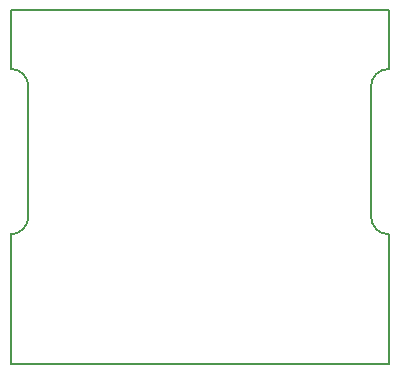
<source format=gbr>
G04 #@! TF.GenerationSoftware,KiCad,Pcbnew,5.1.4+dfsg1-1*
G04 #@! TF.CreationDate,2019-09-03T22:58:19+09:00*
G04 #@! TF.ProjectId,breadbee,62726561-6462-4656-952e-6b696361645f,rev?*
G04 #@! TF.SameCoordinates,Original*
G04 #@! TF.FileFunction,Profile,NP*
%FSLAX46Y46*%
G04 Gerber Fmt 4.6, Leading zero omitted, Abs format (unit mm)*
G04 Created by KiCad (PCBNEW 5.1.4+dfsg1-1) date 2019-09-03 22:58:19*
%MOMM*%
%LPD*%
G04 APERTURE LIST*
%ADD10C,0.150000*%
%ADD11C,0.200000*%
G04 APERTURE END LIST*
D10*
X157500000Y-81500000D02*
G75*
G02X159000000Y-80000000I1500000J0D01*
G01*
X157500000Y-92500000D02*
X157500000Y-81500000D01*
X159000000Y-94000000D02*
G75*
G02X157500000Y-92500000I0J1500000D01*
G01*
X159000000Y-80000000D02*
X159000000Y-75000000D01*
X127000000Y-75000000D02*
X159000000Y-75000000D01*
X159000000Y-105000000D02*
X159000000Y-94000000D01*
X127000000Y-105000000D02*
X159000000Y-105000000D01*
X127000000Y-94000000D02*
X127000000Y-105000000D01*
X128500000Y-92500000D02*
G75*
G02X127000000Y-94000000I-1500000J0D01*
G01*
X128500000Y-81500000D02*
X128500000Y-92500000D01*
X127000000Y-80000000D02*
G75*
G02X128500000Y-81500000I0J-1500000D01*
G01*
D11*
X127000000Y-75000000D02*
X127000000Y-80000000D01*
M02*

</source>
